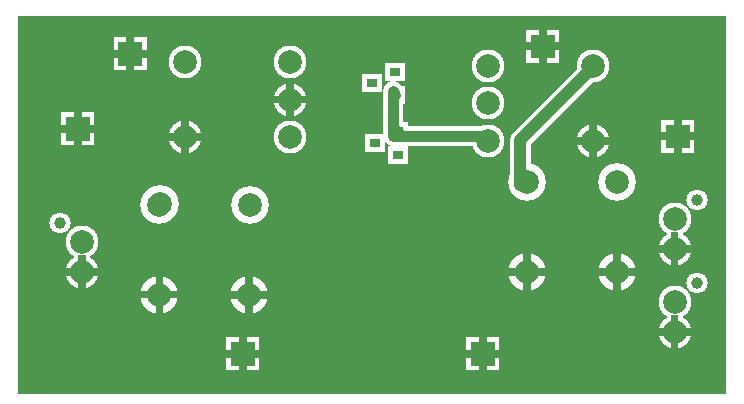
<source format=gbr>
%FSLAX34Y34*%
%MOMM*%
%LNCOPPER_TOP*%
G71*
G01*
%ADD10C,3.200*%
%ADD11C,2.800*%
%ADD12C,2.800*%
%ADD13R,1.700X1.600*%
%ADD14C,1.700*%
%ADD15C,1.800*%
%ADD16C,1.800*%
%ADD17C,0.667*%
%ADD18C,0.680*%
%ADD19C,2.000*%
%ADD20C,2.000*%
%ADD21C,4.300*%
%ADD22R,0.900X0.800*%
%ADD23C,0.900*%
%ADD24C,1.000*%
%ADD25C,1.000*%
%LPD*%
G36*
X0Y320000D02*
X600000Y320000D01*
X600000Y0D01*
X0Y0D01*
X0Y320000D01*
G37*
%LPC*%
X120067Y160766D02*
G54D10*
D03*
X120017Y84516D02*
G54D10*
D03*
X120067Y160766D02*
G54D11*
D03*
X196258Y160692D02*
G54D10*
D03*
X120008Y160742D02*
G54D10*
D03*
X196258Y160692D02*
G54D11*
D03*
X196258Y160692D02*
G54D10*
D03*
X196208Y84442D02*
G54D10*
D03*
X196258Y160692D02*
G54D11*
D03*
X431217Y179816D02*
G54D10*
D03*
X431167Y103566D02*
G54D10*
D03*
X431217Y179816D02*
G54D11*
D03*
X507408Y179742D02*
G54D10*
D03*
X431158Y179792D02*
G54D10*
D03*
X507408Y179742D02*
G54D11*
D03*
X507408Y179742D02*
G54D10*
D03*
X507358Y103492D02*
G54D10*
D03*
X507408Y179742D02*
G54D11*
D03*
X54423Y129061D02*
G54D12*
D03*
X54423Y103661D02*
G54D12*
D03*
X556073Y148111D02*
G54D12*
D03*
X556073Y122711D02*
G54D12*
D03*
X556073Y78261D02*
G54D12*
D03*
X556073Y52861D02*
G54D12*
D03*
X141650Y281373D02*
G54D12*
D03*
X141650Y217873D02*
G54D12*
D03*
X230550Y281373D02*
G54D12*
D03*
X230550Y249623D02*
G54D12*
D03*
X230550Y217873D02*
G54D12*
D03*
X487090Y214580D02*
G54D12*
D03*
X487090Y278080D02*
G54D12*
D03*
X398190Y214580D02*
G54D12*
D03*
X398190Y246330D02*
G54D12*
D03*
X398190Y278080D02*
G54D12*
D03*
G36*
X36800Y238800D02*
X64800Y238800D01*
X64800Y210800D01*
X36800Y210800D01*
X36800Y238800D01*
G37*
G36*
X176500Y48300D02*
X204500Y48300D01*
X204500Y20300D01*
X176500Y20300D01*
X176500Y48300D01*
G37*
G36*
X379700Y48300D02*
X407700Y48300D01*
X407700Y20300D01*
X379700Y20300D01*
X379700Y48300D01*
G37*
G36*
X430500Y308650D02*
X458500Y308650D01*
X458500Y280650D01*
X430500Y280650D01*
X430500Y308650D01*
G37*
G36*
X81250Y302300D02*
X109250Y302300D01*
X109250Y274300D01*
X81250Y274300D01*
X81250Y302300D01*
G37*
G36*
X544800Y232450D02*
X572800Y232450D01*
X572800Y204450D01*
X544800Y204450D01*
X544800Y232450D01*
G37*
X319767Y253344D02*
G54D13*
D03*
X319767Y273344D02*
G54D13*
D03*
X299767Y263344D02*
G54D13*
D03*
X322312Y202730D02*
G54D13*
D03*
X322312Y222730D02*
G54D13*
D03*
X302312Y212730D02*
G54D13*
D03*
G54D14*
X322312Y222730D02*
X317500Y218400D01*
X393700Y218400D01*
X398190Y214580D01*
G54D14*
X322312Y222730D02*
X317500Y218400D01*
X317500Y256500D01*
X319767Y253344D01*
X35700Y145210D02*
G54D15*
D03*
X575450Y164260D02*
G54D15*
D03*
X575450Y94410D02*
G54D15*
D03*
G54D16*
X487090Y278080D02*
X488950Y278850D01*
X425450Y215350D01*
X425450Y177250D01*
X431158Y179792D01*
%LPD*%
G54D17*
G36*
X120017Y87849D02*
X136517Y87849D01*
X136517Y81183D01*
X120017Y81183D01*
X120017Y87849D01*
G37*
G36*
X123350Y84516D02*
X123350Y68016D01*
X116684Y68016D01*
X116684Y84516D01*
X123350Y84516D01*
G37*
G36*
X120017Y81183D02*
X103517Y81183D01*
X103517Y87849D01*
X120017Y87849D01*
X120017Y81183D01*
G37*
G36*
X116684Y84516D02*
X116684Y101016D01*
X123350Y101016D01*
X123350Y84516D01*
X116684Y84516D01*
G37*
G54D18*
G36*
X196208Y87842D02*
X212708Y87842D01*
X212708Y81042D01*
X196208Y81042D01*
X196208Y87842D01*
G37*
G36*
X199608Y84442D02*
X199608Y67942D01*
X192808Y67942D01*
X192808Y84442D01*
X199608Y84442D01*
G37*
G36*
X196208Y81042D02*
X179708Y81042D01*
X179708Y87842D01*
X196208Y87842D01*
X196208Y81042D01*
G37*
G36*
X192808Y84442D02*
X192808Y100942D01*
X199608Y100942D01*
X199608Y84442D01*
X192808Y84442D01*
G37*
G54D17*
G36*
X431167Y106899D02*
X447667Y106899D01*
X447667Y100233D01*
X431167Y100233D01*
X431167Y106899D01*
G37*
G36*
X434500Y103566D02*
X434500Y87066D01*
X427834Y87066D01*
X427834Y103566D01*
X434500Y103566D01*
G37*
G36*
X431167Y100233D02*
X414667Y100233D01*
X414667Y106899D01*
X431167Y106899D01*
X431167Y100233D01*
G37*
G36*
X427834Y103566D02*
X427834Y120066D01*
X434500Y120066D01*
X434500Y103566D01*
X427834Y103566D01*
G37*
G54D18*
G36*
X507358Y106892D02*
X523858Y106892D01*
X523858Y100092D01*
X507358Y100092D01*
X507358Y106892D01*
G37*
G36*
X510758Y103492D02*
X510758Y86992D01*
X503958Y86992D01*
X503958Y103492D01*
X510758Y103492D01*
G37*
G36*
X507358Y100092D02*
X490858Y100092D01*
X490858Y106892D01*
X507358Y106892D01*
X507358Y100092D01*
G37*
G36*
X503958Y103492D02*
X503958Y119992D01*
X510758Y119992D01*
X510758Y103492D01*
X503958Y103492D01*
G37*
G54D17*
G36*
X51090Y103661D02*
X51090Y118161D01*
X57756Y118161D01*
X57756Y103661D01*
X51090Y103661D01*
G37*
G36*
X54423Y106994D02*
X68923Y106994D01*
X68923Y100328D01*
X54423Y100328D01*
X54423Y106994D01*
G37*
G36*
X57756Y103661D02*
X57756Y89161D01*
X51090Y89161D01*
X51090Y103661D01*
X57756Y103661D01*
G37*
G36*
X54423Y100328D02*
X39923Y100328D01*
X39923Y106994D01*
X54423Y106994D01*
X54423Y100328D01*
G37*
G54D17*
G36*
X552740Y122711D02*
X552740Y137211D01*
X559406Y137211D01*
X559406Y122711D01*
X552740Y122711D01*
G37*
G36*
X556073Y126044D02*
X570573Y126044D01*
X570573Y119378D01*
X556073Y119378D01*
X556073Y126044D01*
G37*
G36*
X559406Y122711D02*
X559406Y108211D01*
X552740Y108211D01*
X552740Y122711D01*
X559406Y122711D01*
G37*
G36*
X556073Y119378D02*
X541573Y119378D01*
X541573Y126044D01*
X556073Y126044D01*
X556073Y119378D01*
G37*
G54D17*
G36*
X552740Y52861D02*
X552740Y67361D01*
X559406Y67361D01*
X559406Y52861D01*
X552740Y52861D01*
G37*
G36*
X556073Y56194D02*
X570573Y56194D01*
X570573Y49528D01*
X556073Y49528D01*
X556073Y56194D01*
G37*
G36*
X559406Y52861D02*
X559406Y38361D01*
X552740Y38361D01*
X552740Y52861D01*
X559406Y52861D01*
G37*
G36*
X556073Y49528D02*
X541573Y49528D01*
X541573Y56194D01*
X556073Y56194D01*
X556073Y49528D01*
G37*
G54D17*
G36*
X138317Y217873D02*
X138317Y232373D01*
X144983Y232373D01*
X144983Y217873D01*
X138317Y217873D01*
G37*
G36*
X141650Y221206D02*
X156150Y221206D01*
X156150Y214540D01*
X141650Y214540D01*
X141650Y221206D01*
G37*
G36*
X144983Y217873D02*
X144983Y203373D01*
X138317Y203373D01*
X138317Y217873D01*
X144983Y217873D01*
G37*
G36*
X141650Y214540D02*
X127150Y214540D01*
X127150Y221206D01*
X141650Y221206D01*
X141650Y214540D01*
G37*
G54D17*
G36*
X227217Y249623D02*
X227217Y264123D01*
X233883Y264123D01*
X233883Y249623D01*
X227217Y249623D01*
G37*
G36*
X230550Y252956D02*
X245050Y252956D01*
X245050Y246290D01*
X230550Y246290D01*
X230550Y252956D01*
G37*
G36*
X233883Y249623D02*
X233883Y235123D01*
X227217Y235123D01*
X227217Y249623D01*
X233883Y249623D01*
G37*
G36*
X230550Y246290D02*
X216050Y246290D01*
X216050Y252956D01*
X230550Y252956D01*
X230550Y246290D01*
G37*
G54D17*
G36*
X490423Y214580D02*
X490423Y200080D01*
X483757Y200080D01*
X483757Y214580D01*
X490423Y214580D01*
G37*
G36*
X487090Y211247D02*
X472590Y211247D01*
X472590Y217913D01*
X487090Y217913D01*
X487090Y211247D01*
G37*
G36*
X483757Y214580D02*
X483757Y229080D01*
X490423Y229080D01*
X490423Y214580D01*
X483757Y214580D01*
G37*
G36*
X487090Y217913D02*
X501590Y217913D01*
X501590Y211247D01*
X487090Y211247D01*
X487090Y217913D01*
G37*
G54D17*
G36*
X47467Y224800D02*
X47467Y239300D01*
X54133Y239300D01*
X54133Y224800D01*
X47467Y224800D01*
G37*
G36*
X50800Y228133D02*
X65300Y228133D01*
X65300Y221467D01*
X50800Y221467D01*
X50800Y228133D01*
G37*
G36*
X54133Y224800D02*
X54133Y210300D01*
X47467Y210300D01*
X47467Y224800D01*
X54133Y224800D01*
G37*
G36*
X50800Y221467D02*
X36300Y221467D01*
X36300Y228133D01*
X50800Y228133D01*
X50800Y221467D01*
G37*
G54D17*
G36*
X187167Y34300D02*
X187167Y48800D01*
X193833Y48800D01*
X193833Y34300D01*
X187167Y34300D01*
G37*
G36*
X190500Y37633D02*
X205000Y37633D01*
X205000Y30967D01*
X190500Y30967D01*
X190500Y37633D01*
G37*
G36*
X193833Y34300D02*
X193833Y19800D01*
X187167Y19800D01*
X187167Y34300D01*
X193833Y34300D01*
G37*
G36*
X190500Y30967D02*
X176000Y30967D01*
X176000Y37633D01*
X190500Y37633D01*
X190500Y30967D01*
G37*
G54D17*
G36*
X390367Y34300D02*
X390367Y48800D01*
X397033Y48800D01*
X397033Y34300D01*
X390367Y34300D01*
G37*
G36*
X393700Y37633D02*
X408200Y37633D01*
X408200Y30967D01*
X393700Y30967D01*
X393700Y37633D01*
G37*
G36*
X397033Y34300D02*
X397033Y19800D01*
X390367Y19800D01*
X390367Y34300D01*
X397033Y34300D01*
G37*
G36*
X393700Y30967D02*
X379200Y30967D01*
X379200Y37633D01*
X393700Y37633D01*
X393700Y30967D01*
G37*
G54D17*
G36*
X441167Y294650D02*
X441167Y309150D01*
X447833Y309150D01*
X447833Y294650D01*
X441167Y294650D01*
G37*
G36*
X444500Y297983D02*
X459000Y297983D01*
X459000Y291317D01*
X444500Y291317D01*
X444500Y297983D01*
G37*
G36*
X447833Y294650D02*
X447833Y280150D01*
X441167Y280150D01*
X441167Y294650D01*
X447833Y294650D01*
G37*
G36*
X444500Y291317D02*
X430000Y291317D01*
X430000Y297983D01*
X444500Y297983D01*
X444500Y291317D01*
G37*
G54D17*
G36*
X91917Y288300D02*
X91917Y302800D01*
X98583Y302800D01*
X98583Y288300D01*
X91917Y288300D01*
G37*
G36*
X95250Y291633D02*
X109750Y291633D01*
X109750Y284967D01*
X95250Y284967D01*
X95250Y291633D01*
G37*
G36*
X98583Y288300D02*
X98583Y273800D01*
X91917Y273800D01*
X91917Y288300D01*
X98583Y288300D01*
G37*
G36*
X95250Y284967D02*
X80750Y284967D01*
X80750Y291633D01*
X95250Y291633D01*
X95250Y284967D01*
G37*
G54D17*
G36*
X555467Y218450D02*
X555467Y232950D01*
X562133Y232950D01*
X562133Y218450D01*
X555467Y218450D01*
G37*
G36*
X558800Y221783D02*
X573300Y221783D01*
X573300Y215117D01*
X558800Y215117D01*
X558800Y221783D01*
G37*
G36*
X562133Y218450D02*
X562133Y203950D01*
X555467Y203950D01*
X555467Y218450D01*
X562133Y218450D01*
G37*
G36*
X558800Y215117D02*
X544300Y215117D01*
X544300Y221783D01*
X558800Y221783D01*
X558800Y215117D01*
G37*
X120067Y160766D02*
G54D19*
D03*
X120017Y84516D02*
G54D19*
D03*
X120067Y160766D02*
G54D20*
D03*
X196258Y160692D02*
G54D19*
D03*
X120008Y160742D02*
G54D19*
D03*
X196258Y160692D02*
G54D20*
D03*
X196258Y160692D02*
G54D19*
D03*
X196208Y84442D02*
G54D19*
D03*
X196258Y160692D02*
G54D20*
D03*
X431217Y179816D02*
G54D19*
D03*
X431167Y103566D02*
G54D19*
D03*
X431217Y179816D02*
G54D20*
D03*
X507408Y179742D02*
G54D19*
D03*
X431158Y179792D02*
G54D19*
D03*
X507408Y179742D02*
G54D20*
D03*
X507408Y179742D02*
G54D19*
D03*
X507358Y103492D02*
G54D19*
D03*
X507408Y179742D02*
G54D20*
D03*
X54423Y129061D02*
G54D19*
D03*
X54423Y103661D02*
G54D19*
D03*
X556073Y148111D02*
G54D19*
D03*
X556073Y122711D02*
G54D19*
D03*
X556073Y78261D02*
G54D19*
D03*
X556073Y52861D02*
G54D19*
D03*
X141650Y281373D02*
G54D19*
D03*
X141650Y217873D02*
G54D19*
D03*
X230550Y281373D02*
G54D19*
D03*
X230550Y249623D02*
G54D19*
D03*
X230550Y217873D02*
G54D19*
D03*
X487090Y214580D02*
G54D19*
D03*
X487090Y278080D02*
G54D19*
D03*
X398190Y214580D02*
G54D19*
D03*
X398190Y246330D02*
G54D19*
D03*
X398190Y278080D02*
G54D19*
D03*
X50800Y269200D02*
G54D21*
D03*
X558800Y269200D02*
G54D21*
D03*
X50800Y40600D02*
G54D21*
D03*
X457200Y40600D02*
G54D21*
D03*
G36*
X40800Y234800D02*
X60800Y234800D01*
X60800Y214800D01*
X40800Y214800D01*
X40800Y234800D01*
G37*
G36*
X180500Y44300D02*
X200500Y44300D01*
X200500Y24300D01*
X180500Y24300D01*
X180500Y44300D01*
G37*
G36*
X383700Y44300D02*
X403700Y44300D01*
X403700Y24300D01*
X383700Y24300D01*
X383700Y44300D01*
G37*
G36*
X434500Y304650D02*
X454500Y304650D01*
X454500Y284650D01*
X434500Y284650D01*
X434500Y304650D01*
G37*
G36*
X85250Y298300D02*
X105250Y298300D01*
X105250Y278300D01*
X85250Y278300D01*
X85250Y298300D01*
G37*
G36*
X548800Y228450D02*
X568800Y228450D01*
X568800Y208450D01*
X548800Y208450D01*
X548800Y228450D01*
G37*
X319767Y253344D02*
G54D22*
D03*
X319767Y273344D02*
G54D22*
D03*
X299767Y263344D02*
G54D22*
D03*
X322312Y202730D02*
G54D22*
D03*
X322312Y222730D02*
G54D22*
D03*
X302312Y212730D02*
G54D22*
D03*
G54D23*
X322312Y222730D02*
X317500Y218400D01*
X393700Y218400D01*
X398190Y214580D01*
G54D23*
X322312Y222730D02*
X317500Y218400D01*
X317500Y256500D01*
X319767Y253344D01*
X35700Y145210D02*
G54D24*
D03*
X575450Y164260D02*
G54D24*
D03*
X575450Y94410D02*
G54D24*
D03*
G54D25*
X487090Y278080D02*
X488950Y278850D01*
X425450Y215350D01*
X425450Y177250D01*
X431158Y179792D01*
M02*

</source>
